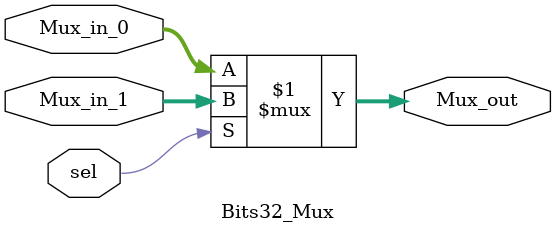
<source format=v>
module Bits32_Mux(
    //output
    output [31:0]Mux_out,
    //input
    input [31:0]Mux_in_0,
    input [31:0]Mux_in_1,
    input sel
);

assign Mux_out = (sel)? Mux_in_1: Mux_in_0;
endmodule
</source>
